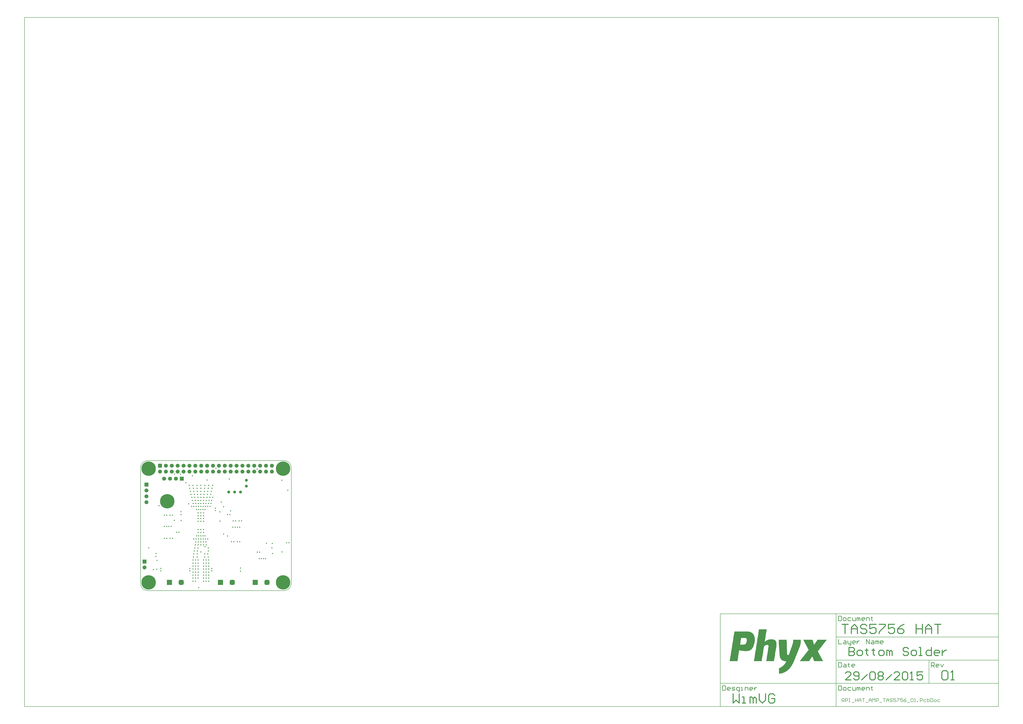
<source format=gbs>
G04 Layer_Color=16711935*
%FSLAX25Y25*%
%MOIN*%
G70*
G01*
G75*
%ADD32C,0.00984*%
%ADD33C,0.00787*%
%ADD35C,0.01575*%
%ADD40C,0.05118*%
%ADD72C,0.24410*%
%ADD73R,0.06706X0.06706*%
%ADD74C,0.06706*%
%ADD75R,0.06706X0.06706*%
%ADD76R,0.08674X0.08674*%
G04:AMPARAMS|DCode=77|XSize=86.74mil|YSize=86.74mil|CornerRadius=23.69mil|HoleSize=0mil|Usage=FLASHONLY|Rotation=0.000|XOffset=0mil|YOffset=0mil|HoleType=Round|Shape=RoundedRectangle|*
%AMROUNDEDRECTD77*
21,1,0.08674,0.03937,0,0,0.0*
21,1,0.03937,0.08674,0,0,0.0*
1,1,0.04737,0.01969,-0.01969*
1,1,0.04737,-0.01969,-0.01969*
1,1,0.04737,-0.01969,0.01969*
1,1,0.04737,0.01969,0.01969*
%
%ADD77ROUNDEDRECTD77*%
%ADD78C,0.01969*%
G36*
X1121080Y-83717D02*
Y-84003D01*
Y-84290D01*
Y-84576D01*
Y-84862D01*
Y-85149D01*
Y-85435D01*
Y-85721D01*
Y-86007D01*
Y-86294D01*
Y-86580D01*
Y-86866D01*
Y-87153D01*
Y-87439D01*
Y-87725D01*
Y-88012D01*
Y-88298D01*
Y-88584D01*
Y-88871D01*
Y-89157D01*
Y-89443D01*
X1120793D01*
Y-89730D01*
Y-90016D01*
Y-90302D01*
Y-90588D01*
Y-90875D01*
X1120507D01*
Y-91161D01*
Y-91448D01*
Y-91734D01*
Y-92020D01*
X1120221D01*
Y-92306D01*
Y-92593D01*
Y-92879D01*
Y-93165D01*
X1119934D01*
Y-93452D01*
Y-93738D01*
Y-94024D01*
X1119648D01*
Y-94311D01*
Y-94597D01*
Y-94883D01*
X1119362D01*
Y-95170D01*
Y-95456D01*
Y-95742D01*
X1119075D01*
Y-96029D01*
Y-96315D01*
Y-96601D01*
X1118789D01*
Y-96887D01*
Y-97174D01*
X1118503D01*
Y-97460D01*
Y-97746D01*
X1118217D01*
Y-98033D01*
Y-98319D01*
Y-98605D01*
X1117930D01*
Y-98892D01*
Y-99178D01*
X1117644D01*
Y-99464D01*
Y-99751D01*
Y-100037D01*
X1117358D01*
Y-100323D01*
Y-100610D01*
X1117071D01*
Y-100896D01*
Y-101182D01*
Y-101468D01*
X1116785D01*
Y-101755D01*
Y-102041D01*
X1116499D01*
Y-102327D01*
Y-102614D01*
Y-102900D01*
X1116212D01*
Y-103186D01*
Y-103473D01*
X1115926D01*
Y-103759D01*
Y-104045D01*
Y-104332D01*
X1115640D01*
Y-104618D01*
Y-104904D01*
X1115353D01*
Y-105191D01*
Y-105477D01*
Y-105763D01*
X1115067D01*
Y-106049D01*
Y-106336D01*
X1114781D01*
Y-106622D01*
Y-106908D01*
Y-107195D01*
X1114494D01*
Y-107481D01*
Y-107767D01*
X1114208D01*
Y-108054D01*
Y-108340D01*
Y-108626D01*
X1113922D01*
Y-108913D01*
Y-109199D01*
X1113636D01*
Y-109485D01*
Y-109772D01*
Y-110058D01*
X1113349D01*
Y-110344D01*
Y-110630D01*
X1113063D01*
Y-110917D01*
Y-111203D01*
Y-111489D01*
X1112776D01*
Y-111776D01*
Y-112062D01*
X1112490D01*
Y-112348D01*
Y-112635D01*
Y-112921D01*
X1112204D01*
Y-113207D01*
Y-113494D01*
X1111918D01*
Y-113780D01*
Y-114066D01*
Y-114353D01*
X1111631D01*
Y-114639D01*
Y-114925D01*
X1111345D01*
Y-115211D01*
Y-115498D01*
Y-115784D01*
X1111059D01*
Y-116070D01*
Y-116357D01*
X1110772D01*
Y-116643D01*
Y-116929D01*
Y-117216D01*
X1110486D01*
Y-117502D01*
Y-117788D01*
X1110200D01*
Y-118075D01*
Y-118361D01*
Y-118647D01*
X1109913D01*
Y-118933D01*
Y-119220D01*
X1109627D01*
Y-119506D01*
Y-119792D01*
Y-120079D01*
X1109341D01*
Y-120365D01*
Y-120651D01*
X1109054D01*
Y-120938D01*
Y-121224D01*
X1108768D01*
Y-121510D01*
Y-121797D01*
X1108482D01*
Y-122083D01*
Y-122369D01*
Y-122656D01*
X1108195D01*
Y-122942D01*
X1107909D01*
Y-123228D01*
Y-123514D01*
Y-123801D01*
X1107623D01*
Y-124087D01*
X1107337D01*
Y-124373D01*
Y-124660D01*
X1107050D01*
Y-124946D01*
Y-125232D01*
X1106764D01*
Y-125519D01*
Y-125805D01*
X1106478D01*
Y-126091D01*
Y-126378D01*
X1106191D01*
Y-126664D01*
X1105905D01*
Y-126950D01*
Y-127237D01*
X1105619D01*
Y-127523D01*
Y-127809D01*
X1105332D01*
Y-128095D01*
X1105046D01*
Y-128382D01*
X1104760D01*
Y-128668D01*
Y-128954D01*
X1104473D01*
Y-129241D01*
X1104187D01*
Y-129527D01*
Y-129813D01*
X1103901D01*
Y-130100D01*
X1103615D01*
Y-130386D01*
X1103328D01*
Y-130672D01*
Y-130959D01*
X1103042D01*
Y-131245D01*
X1102756D01*
Y-131531D01*
X1102469D01*
Y-131818D01*
X1102183D01*
Y-132104D01*
X1101897D01*
Y-132390D01*
Y-132676D01*
X1101610D01*
Y-132963D01*
X1101324D01*
Y-133249D01*
X1101038D01*
Y-133535D01*
X1100751D01*
Y-133822D01*
X1100465D01*
Y-134108D01*
X1100179D01*
Y-134394D01*
X1099892D01*
Y-134681D01*
X1099320D01*
Y-134967D01*
X1099034D01*
Y-135253D01*
X1098747D01*
Y-135540D01*
X1098461D01*
Y-135826D01*
X1098175D01*
Y-136112D01*
X1097602D01*
Y-136399D01*
X1097316D01*
Y-136685D01*
X1096743D01*
Y-136971D01*
X1096457D01*
Y-137258D01*
X1095884D01*
Y-137544D01*
X1095598D01*
Y-137830D01*
X1095025D01*
Y-138117D01*
X1094452D01*
Y-138403D01*
X1093880D01*
Y-138689D01*
X1093307D01*
Y-138975D01*
X1092735D01*
Y-139262D01*
X1091876D01*
Y-139548D01*
X1091303D01*
Y-139834D01*
X1090444D01*
Y-140121D01*
X1089299D01*
Y-140407D01*
X1088154D01*
Y-140693D01*
X1086436D01*
Y-140980D01*
X1084432D01*
Y-141266D01*
X1084145D01*
Y-140980D01*
Y-140693D01*
Y-140407D01*
Y-140121D01*
Y-139834D01*
Y-139548D01*
Y-139262D01*
Y-138975D01*
Y-138689D01*
Y-138403D01*
Y-138117D01*
Y-137830D01*
Y-137544D01*
Y-137258D01*
Y-136971D01*
Y-136685D01*
Y-136399D01*
Y-136112D01*
Y-135826D01*
Y-135540D01*
Y-135253D01*
Y-134967D01*
Y-134681D01*
Y-134394D01*
Y-134108D01*
Y-133822D01*
Y-133535D01*
Y-133249D01*
Y-132963D01*
Y-132676D01*
Y-132390D01*
Y-132104D01*
Y-131818D01*
X1084718D01*
Y-131531D01*
X1085291D01*
Y-131245D01*
X1085863D01*
Y-130959D01*
X1086436D01*
Y-130672D01*
X1087008D01*
Y-130386D01*
X1087581D01*
Y-130100D01*
X1087867D01*
Y-129813D01*
X1088440D01*
Y-129527D01*
X1088726D01*
Y-129241D01*
X1089299D01*
Y-128954D01*
X1089585D01*
Y-128668D01*
X1089872D01*
Y-128382D01*
X1090444D01*
Y-128095D01*
X1090730D01*
Y-127809D01*
X1091017D01*
Y-127523D01*
X1091303D01*
Y-127237D01*
X1091589D01*
Y-126950D01*
X1091876D01*
Y-126664D01*
X1092162D01*
Y-126378D01*
X1092448D01*
Y-126091D01*
X1092735D01*
Y-125805D01*
X1093021D01*
Y-125519D01*
X1093307D01*
Y-125232D01*
X1093594D01*
Y-124946D01*
Y-124660D01*
X1093880D01*
Y-124373D01*
X1094166D01*
Y-124087D01*
X1094452D01*
Y-123801D01*
Y-123514D01*
X1094739D01*
Y-123228D01*
X1095025D01*
Y-122942D01*
Y-122656D01*
X1095311D01*
Y-122369D01*
Y-122083D01*
X1095598D01*
Y-121797D01*
X1095884D01*
Y-121510D01*
Y-121224D01*
X1096170D01*
Y-120938D01*
Y-120651D01*
X1096457D01*
Y-120365D01*
Y-120079D01*
X1094739D01*
Y-119792D01*
X1092735D01*
Y-119506D01*
X1091589D01*
Y-119220D01*
X1091017D01*
Y-118933D01*
X1090158D01*
Y-118647D01*
X1089585D01*
Y-118361D01*
X1089299D01*
Y-118075D01*
X1088726D01*
Y-117788D01*
X1088440D01*
Y-117502D01*
X1088154D01*
Y-117216D01*
X1087867D01*
Y-116929D01*
X1087581D01*
Y-116643D01*
X1087295D01*
Y-116357D01*
Y-116070D01*
X1087008D01*
Y-115784D01*
X1086722D01*
Y-115498D01*
Y-115211D01*
X1086436D01*
Y-114925D01*
Y-114639D01*
X1086149D01*
Y-114353D01*
Y-114066D01*
X1085863D01*
Y-113780D01*
Y-113494D01*
Y-113207D01*
X1085577D01*
Y-112921D01*
Y-112635D01*
Y-112348D01*
Y-112062D01*
X1085291D01*
Y-111776D01*
Y-111489D01*
Y-111203D01*
Y-110917D01*
Y-110630D01*
Y-110344D01*
Y-110058D01*
X1085004D01*
Y-109772D01*
Y-109485D01*
Y-109199D01*
Y-108913D01*
Y-108626D01*
Y-108340D01*
Y-108054D01*
Y-107767D01*
Y-107481D01*
Y-107195D01*
Y-106908D01*
Y-106622D01*
Y-106336D01*
Y-106049D01*
Y-105763D01*
X1084718D01*
Y-105477D01*
Y-105191D01*
Y-104904D01*
Y-104618D01*
Y-104332D01*
Y-104045D01*
Y-103759D01*
Y-103473D01*
Y-103186D01*
Y-102900D01*
Y-102614D01*
Y-102327D01*
Y-102041D01*
Y-101755D01*
Y-101468D01*
X1084432D01*
Y-101182D01*
Y-100896D01*
Y-100610D01*
Y-100323D01*
Y-100037D01*
Y-99751D01*
Y-99464D01*
Y-99178D01*
Y-98892D01*
Y-98605D01*
Y-98319D01*
Y-98033D01*
Y-97746D01*
Y-97460D01*
Y-97174D01*
Y-96887D01*
X1084145D01*
Y-96601D01*
Y-96315D01*
Y-96029D01*
Y-95742D01*
Y-95456D01*
Y-95170D01*
Y-94883D01*
Y-94597D01*
Y-94311D01*
Y-94024D01*
Y-93738D01*
Y-93452D01*
Y-93165D01*
Y-92879D01*
Y-92593D01*
Y-92306D01*
X1083859D01*
Y-92020D01*
Y-91734D01*
Y-91448D01*
Y-91161D01*
Y-90875D01*
Y-90588D01*
Y-90302D01*
Y-90016D01*
Y-89730D01*
Y-89443D01*
Y-89157D01*
Y-88871D01*
Y-88584D01*
Y-88298D01*
X1083573D01*
Y-88012D01*
Y-87725D01*
Y-87439D01*
Y-87153D01*
Y-86866D01*
Y-86580D01*
Y-86294D01*
Y-86007D01*
Y-85721D01*
Y-85435D01*
Y-85149D01*
Y-84862D01*
Y-84576D01*
Y-84290D01*
Y-84003D01*
Y-83717D01*
X1083286D01*
Y-83431D01*
X1097029D01*
Y-83717D01*
Y-84003D01*
Y-84290D01*
Y-84576D01*
Y-84862D01*
Y-85149D01*
Y-85435D01*
Y-85721D01*
Y-86007D01*
Y-86294D01*
Y-86580D01*
Y-86866D01*
Y-87153D01*
Y-87439D01*
X1097316D01*
Y-87725D01*
Y-88012D01*
Y-88298D01*
Y-88584D01*
Y-88871D01*
Y-89157D01*
Y-89443D01*
Y-89730D01*
Y-90016D01*
Y-90302D01*
Y-90588D01*
Y-90875D01*
Y-91161D01*
Y-91448D01*
Y-91734D01*
Y-92020D01*
Y-92306D01*
Y-92593D01*
Y-92879D01*
Y-93165D01*
Y-93452D01*
Y-93738D01*
Y-94024D01*
Y-94311D01*
Y-94597D01*
Y-94883D01*
Y-95170D01*
Y-95456D01*
Y-95742D01*
Y-96029D01*
Y-96315D01*
Y-96601D01*
Y-96887D01*
Y-97174D01*
Y-97460D01*
Y-97746D01*
Y-98033D01*
Y-98319D01*
Y-98605D01*
Y-98892D01*
Y-99178D01*
X1097602D01*
Y-99464D01*
X1097316D01*
Y-99751D01*
Y-100037D01*
X1097602D01*
Y-100323D01*
Y-100610D01*
Y-100896D01*
Y-101182D01*
Y-101468D01*
Y-101755D01*
Y-102041D01*
Y-102327D01*
Y-102614D01*
Y-102900D01*
Y-103186D01*
Y-103473D01*
Y-103759D01*
Y-104045D01*
Y-104332D01*
Y-104618D01*
Y-104904D01*
Y-105191D01*
Y-105477D01*
Y-105763D01*
Y-106049D01*
Y-106336D01*
Y-106622D01*
Y-106908D01*
Y-107195D01*
Y-107481D01*
X1097888D01*
Y-107767D01*
Y-108054D01*
Y-108340D01*
X1098175D01*
Y-108626D01*
X1098461D01*
Y-108913D01*
X1098747D01*
Y-109199D01*
X1099606D01*
Y-109485D01*
X1100465D01*
Y-109199D01*
X1100751D01*
Y-108913D01*
Y-108626D01*
Y-108340D01*
X1101038D01*
Y-108054D01*
Y-107767D01*
X1101324D01*
Y-107481D01*
Y-107195D01*
Y-106908D01*
X1101610D01*
Y-106622D01*
Y-106336D01*
Y-106049D01*
X1101897D01*
Y-105763D01*
Y-105477D01*
Y-105191D01*
X1102183D01*
Y-104904D01*
Y-104618D01*
Y-104332D01*
X1102469D01*
Y-104045D01*
Y-103759D01*
X1102756D01*
Y-103473D01*
Y-103186D01*
Y-102900D01*
X1103042D01*
Y-102614D01*
Y-102327D01*
Y-102041D01*
X1103328D01*
Y-101755D01*
Y-101468D01*
Y-101182D01*
X1103615D01*
Y-100896D01*
Y-100610D01*
X1103901D01*
Y-100323D01*
Y-100037D01*
Y-99751D01*
X1104187D01*
Y-99464D01*
Y-99178D01*
Y-98892D01*
X1104473D01*
Y-98605D01*
Y-98319D01*
Y-98033D01*
X1104760D01*
Y-97746D01*
Y-97460D01*
X1105046D01*
Y-97174D01*
Y-96887D01*
Y-96601D01*
X1105332D01*
Y-96315D01*
Y-96029D01*
Y-95742D01*
X1105619D01*
Y-95456D01*
Y-95170D01*
Y-94883D01*
X1105905D01*
Y-94597D01*
Y-94311D01*
X1106191D01*
Y-94024D01*
Y-93738D01*
Y-93452D01*
X1106478D01*
Y-93165D01*
Y-92879D01*
Y-92593D01*
X1106764D01*
Y-92306D01*
Y-92020D01*
Y-91734D01*
X1107050D01*
Y-91448D01*
Y-91161D01*
Y-90875D01*
Y-90588D01*
X1107337D01*
Y-90302D01*
Y-90016D01*
Y-89730D01*
Y-89443D01*
X1107623D01*
Y-89157D01*
Y-88871D01*
Y-88584D01*
Y-88298D01*
Y-88012D01*
X1107909D01*
Y-87725D01*
Y-87439D01*
Y-87153D01*
Y-86866D01*
Y-86580D01*
Y-86294D01*
X1108195D01*
Y-86007D01*
Y-85721D01*
Y-85435D01*
Y-85149D01*
Y-84862D01*
Y-84576D01*
Y-84290D01*
Y-84003D01*
Y-83717D01*
Y-83431D01*
X1121080D01*
Y-83717D01*
D02*
G37*
G36*
X1063244Y-66252D02*
Y-66538D01*
X1062958D01*
Y-66825D01*
Y-67111D01*
Y-67397D01*
Y-67684D01*
Y-67970D01*
Y-68256D01*
X1062672D01*
Y-68542D01*
Y-68829D01*
Y-69115D01*
Y-69401D01*
Y-69688D01*
Y-69974D01*
X1062385D01*
Y-70260D01*
Y-70547D01*
Y-70833D01*
Y-71119D01*
Y-71406D01*
Y-71692D01*
Y-71978D01*
X1062099D01*
Y-72264D01*
Y-72551D01*
Y-72837D01*
Y-73123D01*
Y-73410D01*
Y-73696D01*
X1061813D01*
Y-73982D01*
Y-74269D01*
Y-74555D01*
Y-74841D01*
Y-75128D01*
Y-75414D01*
X1061526D01*
Y-75700D01*
Y-75987D01*
Y-76273D01*
Y-76559D01*
Y-76846D01*
Y-77132D01*
Y-77418D01*
X1061240D01*
Y-77704D01*
Y-77991D01*
Y-78277D01*
Y-78563D01*
Y-78850D01*
Y-79136D01*
X1060954D01*
Y-79422D01*
Y-79709D01*
Y-79995D01*
Y-80281D01*
Y-80568D01*
Y-80854D01*
X1060668D01*
Y-81140D01*
Y-81427D01*
Y-81713D01*
Y-81999D01*
Y-82285D01*
Y-82572D01*
X1060381D01*
Y-82858D01*
Y-83144D01*
Y-83431D01*
Y-83717D01*
Y-84003D01*
Y-84290D01*
Y-84576D01*
X1060095D01*
Y-84862D01*
Y-85149D01*
Y-85435D01*
Y-85721D01*
Y-86007D01*
Y-86294D01*
X1059809D01*
Y-86580D01*
Y-86866D01*
X1060381D01*
Y-86580D01*
X1060668D01*
Y-86294D01*
X1060954D01*
Y-86007D01*
X1061526D01*
Y-85721D01*
X1061813D01*
Y-85435D01*
X1062099D01*
Y-85149D01*
X1062672D01*
Y-84862D01*
X1063244D01*
Y-84576D01*
X1063531D01*
Y-84290D01*
X1064103D01*
Y-84003D01*
X1064962D01*
Y-83717D01*
X1065535D01*
Y-83431D01*
X1066394D01*
Y-83144D01*
X1067825D01*
Y-82858D01*
X1074124D01*
Y-83144D01*
X1075270D01*
Y-83431D01*
X1076128D01*
Y-83717D01*
X1076701D01*
Y-84003D01*
X1076987D01*
Y-84290D01*
X1077560D01*
Y-84576D01*
X1077846D01*
Y-84862D01*
X1078133D01*
Y-85149D01*
X1078419D01*
Y-85435D01*
X1078705D01*
Y-85721D01*
Y-86007D01*
X1078992D01*
Y-86294D01*
Y-86580D01*
X1079278D01*
Y-86866D01*
Y-87153D01*
Y-87439D01*
X1079564D01*
Y-87725D01*
Y-88012D01*
Y-88298D01*
Y-88584D01*
X1079850D01*
Y-88871D01*
Y-89157D01*
Y-89443D01*
Y-89730D01*
Y-90016D01*
Y-90302D01*
Y-90588D01*
Y-90875D01*
Y-91161D01*
Y-91448D01*
Y-91734D01*
Y-92020D01*
Y-92306D01*
Y-92593D01*
Y-92879D01*
Y-93165D01*
Y-93452D01*
Y-93738D01*
X1079564D01*
Y-94024D01*
Y-94311D01*
Y-94597D01*
Y-94883D01*
Y-95170D01*
Y-95456D01*
Y-95742D01*
X1079278D01*
Y-96029D01*
Y-96315D01*
Y-96601D01*
Y-96887D01*
Y-97174D01*
Y-97460D01*
Y-97746D01*
X1078992D01*
Y-98033D01*
Y-98319D01*
Y-98605D01*
Y-98892D01*
Y-99178D01*
Y-99464D01*
X1078705D01*
Y-99751D01*
Y-100037D01*
Y-100323D01*
Y-100610D01*
Y-100896D01*
Y-101182D01*
X1078419D01*
Y-101468D01*
Y-101755D01*
Y-102041D01*
Y-102327D01*
Y-102614D01*
Y-102900D01*
X1078133D01*
Y-103186D01*
Y-103473D01*
Y-103759D01*
Y-104045D01*
Y-104332D01*
Y-104618D01*
Y-104904D01*
X1077846D01*
Y-105191D01*
Y-105477D01*
Y-105763D01*
Y-106049D01*
Y-106336D01*
Y-106622D01*
X1077560D01*
Y-106908D01*
Y-107195D01*
Y-107481D01*
Y-107767D01*
Y-108054D01*
Y-108340D01*
X1077274D01*
Y-108626D01*
Y-108913D01*
Y-109199D01*
Y-109485D01*
Y-109772D01*
Y-110058D01*
Y-110344D01*
X1076987D01*
Y-110630D01*
Y-110917D01*
Y-111203D01*
Y-111489D01*
Y-111776D01*
Y-112062D01*
X1076701D01*
Y-112348D01*
Y-112635D01*
Y-112921D01*
Y-113207D01*
Y-113494D01*
Y-113780D01*
X1076415D01*
Y-114066D01*
Y-114353D01*
Y-114639D01*
Y-114925D01*
Y-115211D01*
Y-115498D01*
X1076128D01*
Y-115784D01*
Y-116070D01*
Y-116357D01*
Y-116643D01*
Y-116929D01*
Y-117216D01*
Y-117502D01*
X1075842D01*
Y-117788D01*
Y-118075D01*
Y-118361D01*
Y-118647D01*
Y-118933D01*
Y-119220D01*
X1075556D01*
Y-119506D01*
Y-119792D01*
X1062385D01*
Y-119506D01*
Y-119220D01*
X1062672D01*
Y-118933D01*
Y-118647D01*
Y-118361D01*
Y-118075D01*
Y-117788D01*
Y-117502D01*
X1062958D01*
Y-117216D01*
Y-116929D01*
Y-116643D01*
Y-116357D01*
Y-116070D01*
Y-115784D01*
Y-115498D01*
X1063244D01*
Y-115211D01*
Y-114925D01*
Y-114639D01*
Y-114353D01*
Y-114066D01*
Y-113780D01*
X1063531D01*
Y-113494D01*
Y-113207D01*
Y-112921D01*
Y-112635D01*
Y-112348D01*
Y-112062D01*
X1063817D01*
Y-111776D01*
Y-111489D01*
Y-111203D01*
Y-110917D01*
Y-110630D01*
Y-110344D01*
Y-110058D01*
X1064103D01*
Y-109772D01*
Y-109485D01*
Y-109199D01*
Y-108913D01*
Y-108626D01*
Y-108340D01*
X1064390D01*
Y-108054D01*
Y-107767D01*
Y-107481D01*
Y-107195D01*
Y-106908D01*
Y-106622D01*
Y-106336D01*
X1064676D01*
Y-106049D01*
Y-105763D01*
Y-105477D01*
Y-105191D01*
Y-104904D01*
Y-104618D01*
X1064962D01*
Y-104332D01*
Y-104045D01*
Y-103759D01*
Y-103473D01*
Y-103186D01*
Y-102900D01*
X1065249D01*
Y-102614D01*
Y-102327D01*
Y-102041D01*
Y-101755D01*
Y-101468D01*
Y-101182D01*
X1065535D01*
Y-100896D01*
Y-100610D01*
Y-100323D01*
Y-100037D01*
Y-99751D01*
Y-99464D01*
Y-99178D01*
X1065821D01*
Y-98892D01*
Y-98605D01*
Y-98319D01*
Y-98033D01*
Y-97746D01*
Y-97460D01*
X1066107D01*
Y-97174D01*
Y-96887D01*
Y-96601D01*
Y-96315D01*
Y-96029D01*
Y-95742D01*
Y-95456D01*
X1066394D01*
Y-95170D01*
Y-94883D01*
Y-94597D01*
Y-94311D01*
Y-94024D01*
Y-93738D01*
X1066107D01*
Y-93452D01*
Y-93165D01*
X1065821D01*
Y-92879D01*
X1065535D01*
Y-92593D01*
X1064962D01*
Y-92306D01*
X1063244D01*
Y-92593D01*
X1061813D01*
Y-92879D01*
X1060954D01*
Y-93165D01*
X1060381D01*
Y-93452D01*
X1060095D01*
Y-93738D01*
X1059522D01*
Y-94024D01*
X1059236D01*
Y-94311D01*
X1058950D01*
Y-94597D01*
Y-94883D01*
X1058663D01*
Y-95170D01*
Y-95456D01*
Y-95742D01*
X1058377D01*
Y-96029D01*
Y-96315D01*
Y-96601D01*
Y-96887D01*
Y-97174D01*
Y-97460D01*
X1058091D01*
Y-97746D01*
Y-98033D01*
Y-98319D01*
Y-98605D01*
Y-98892D01*
Y-99178D01*
Y-99464D01*
X1057804D01*
Y-99751D01*
Y-100037D01*
Y-100323D01*
Y-100610D01*
Y-100896D01*
Y-101182D01*
X1057518D01*
Y-101468D01*
Y-101755D01*
Y-102041D01*
Y-102327D01*
Y-102614D01*
Y-102900D01*
X1057232D01*
Y-103186D01*
Y-103473D01*
Y-103759D01*
Y-104045D01*
Y-104332D01*
Y-104618D01*
X1056946D01*
Y-104904D01*
Y-105191D01*
Y-105477D01*
Y-105763D01*
Y-106049D01*
Y-106336D01*
Y-106622D01*
X1056659D01*
Y-106908D01*
Y-107195D01*
Y-107481D01*
Y-107767D01*
Y-108054D01*
Y-108340D01*
X1056373D01*
Y-108626D01*
Y-108913D01*
Y-109199D01*
Y-109485D01*
Y-109772D01*
Y-110058D01*
X1056087D01*
Y-110344D01*
Y-110630D01*
Y-110917D01*
Y-111203D01*
Y-111489D01*
Y-111776D01*
Y-112062D01*
X1055800D01*
Y-112348D01*
Y-112635D01*
Y-112921D01*
Y-113207D01*
Y-113494D01*
Y-113780D01*
X1055514D01*
Y-114066D01*
Y-114353D01*
Y-114639D01*
Y-114925D01*
Y-115211D01*
Y-115498D01*
X1055228D01*
Y-115784D01*
Y-116070D01*
Y-116357D01*
Y-116643D01*
Y-116929D01*
Y-117216D01*
X1054941D01*
Y-117502D01*
Y-117788D01*
Y-118075D01*
Y-118361D01*
Y-118647D01*
Y-118933D01*
Y-119220D01*
X1054655D01*
Y-119506D01*
Y-119792D01*
X1041485D01*
Y-119506D01*
Y-119220D01*
X1041771D01*
Y-118933D01*
Y-118647D01*
Y-118361D01*
Y-118075D01*
Y-117788D01*
Y-117502D01*
Y-117216D01*
X1042057D01*
Y-116929D01*
Y-116643D01*
Y-116357D01*
Y-116070D01*
Y-115784D01*
Y-115498D01*
X1042344D01*
Y-115211D01*
Y-114925D01*
Y-114639D01*
Y-114353D01*
Y-114066D01*
Y-113780D01*
X1042630D01*
Y-113494D01*
Y-113207D01*
Y-112921D01*
Y-112635D01*
Y-112348D01*
Y-112062D01*
Y-111776D01*
X1042916D01*
Y-111489D01*
Y-111203D01*
Y-110917D01*
Y-110630D01*
Y-110344D01*
Y-110058D01*
X1043202D01*
Y-109772D01*
Y-109485D01*
Y-109199D01*
Y-108913D01*
Y-108626D01*
Y-108340D01*
X1043489D01*
Y-108054D01*
Y-107767D01*
Y-107481D01*
Y-107195D01*
Y-106908D01*
Y-106622D01*
X1043775D01*
Y-106336D01*
Y-106049D01*
Y-105763D01*
Y-105477D01*
Y-105191D01*
Y-104904D01*
Y-104618D01*
X1044061D01*
Y-104332D01*
Y-104045D01*
Y-103759D01*
Y-103473D01*
Y-103186D01*
Y-102900D01*
X1044348D01*
Y-102614D01*
Y-102327D01*
Y-102041D01*
Y-101755D01*
Y-101468D01*
Y-101182D01*
X1044634D01*
Y-100896D01*
Y-100610D01*
Y-100323D01*
Y-100037D01*
Y-99751D01*
Y-99464D01*
Y-99178D01*
X1044920D01*
Y-98892D01*
Y-98605D01*
Y-98319D01*
Y-98033D01*
Y-97746D01*
Y-97460D01*
X1045207D01*
Y-97174D01*
Y-96887D01*
Y-96601D01*
Y-96315D01*
Y-96029D01*
Y-95742D01*
X1045493D01*
Y-95456D01*
Y-95170D01*
Y-94883D01*
Y-94597D01*
Y-94311D01*
Y-94024D01*
X1045779D01*
Y-93738D01*
Y-93452D01*
Y-93165D01*
Y-92879D01*
Y-92593D01*
Y-92306D01*
Y-92020D01*
X1046066D01*
Y-91734D01*
Y-91448D01*
Y-91161D01*
Y-90875D01*
Y-90588D01*
Y-90302D01*
X1046352D01*
Y-90016D01*
Y-89730D01*
Y-89443D01*
Y-89157D01*
Y-88871D01*
Y-88584D01*
X1046638D01*
Y-88298D01*
Y-88012D01*
Y-87725D01*
Y-87439D01*
Y-87153D01*
Y-86866D01*
X1046925D01*
Y-86580D01*
Y-86294D01*
Y-86007D01*
Y-85721D01*
Y-85435D01*
Y-85149D01*
Y-84862D01*
X1047211D01*
Y-84576D01*
Y-84290D01*
Y-84003D01*
Y-83717D01*
Y-83431D01*
Y-83144D01*
X1047497D01*
Y-82858D01*
Y-82572D01*
Y-82285D01*
Y-81999D01*
Y-81713D01*
Y-81427D01*
X1047783D01*
Y-81140D01*
Y-80854D01*
Y-80568D01*
Y-80281D01*
Y-79995D01*
Y-79709D01*
Y-79422D01*
X1048070D01*
Y-79136D01*
Y-78850D01*
Y-78563D01*
Y-78277D01*
Y-77991D01*
Y-77704D01*
X1048356D01*
Y-77418D01*
Y-77132D01*
Y-76846D01*
Y-76559D01*
Y-76273D01*
Y-75987D01*
X1048642D01*
Y-75700D01*
Y-75414D01*
Y-75128D01*
Y-74841D01*
Y-74555D01*
Y-74269D01*
X1048929D01*
Y-73982D01*
Y-73696D01*
Y-73410D01*
Y-73123D01*
Y-72837D01*
Y-72551D01*
Y-72264D01*
X1049215D01*
Y-71978D01*
Y-71692D01*
Y-71406D01*
Y-71119D01*
Y-70833D01*
Y-70547D01*
X1049501D01*
Y-70260D01*
Y-69974D01*
Y-69688D01*
Y-69401D01*
Y-69115D01*
Y-68829D01*
X1049788D01*
Y-68542D01*
Y-68256D01*
Y-67970D01*
Y-67684D01*
Y-67397D01*
Y-67111D01*
Y-66825D01*
X1050074D01*
Y-66538D01*
Y-66252D01*
Y-65966D01*
X1063244D01*
Y-66252D01*
D02*
G37*
G36*
X1032036Y-69688D02*
X1033754D01*
Y-69974D01*
X1034613D01*
Y-70260D01*
X1035472D01*
Y-70547D01*
X1036331D01*
Y-70833D01*
X1036904D01*
Y-71119D01*
X1037190D01*
Y-71406D01*
X1037763D01*
Y-71692D01*
X1038049D01*
Y-71978D01*
X1038622D01*
Y-72264D01*
X1038908D01*
Y-72551D01*
X1039194D01*
Y-72837D01*
X1039480D01*
Y-73123D01*
X1039767D01*
Y-73410D01*
X1040053D01*
Y-73696D01*
X1040339D01*
Y-73982D01*
Y-74269D01*
X1040626D01*
Y-74555D01*
X1040912D01*
Y-74841D01*
Y-75128D01*
X1041198D01*
Y-75414D01*
X1041485D01*
Y-75700D01*
Y-75987D01*
X1041771D01*
Y-76273D01*
Y-76559D01*
Y-76846D01*
X1042057D01*
Y-77132D01*
Y-77418D01*
Y-77704D01*
X1042344D01*
Y-77991D01*
Y-78277D01*
Y-78563D01*
Y-78850D01*
X1042630D01*
Y-79136D01*
Y-79422D01*
Y-79709D01*
Y-79995D01*
Y-80281D01*
X1042916D01*
Y-80568D01*
Y-80854D01*
Y-81140D01*
Y-81427D01*
Y-81713D01*
Y-81999D01*
Y-82285D01*
Y-82572D01*
Y-82858D01*
Y-83144D01*
Y-83431D01*
Y-83717D01*
Y-84003D01*
Y-84290D01*
Y-84576D01*
Y-84862D01*
Y-85149D01*
Y-85435D01*
Y-85721D01*
Y-86007D01*
X1042630D01*
Y-86294D01*
Y-86580D01*
Y-86866D01*
Y-87153D01*
Y-87439D01*
Y-87725D01*
Y-88012D01*
X1042344D01*
Y-88298D01*
Y-88584D01*
Y-88871D01*
Y-89157D01*
Y-89443D01*
X1042057D01*
Y-89730D01*
Y-90016D01*
Y-90302D01*
Y-90588D01*
Y-90875D01*
X1041771D01*
Y-91161D01*
Y-91448D01*
Y-91734D01*
X1041485D01*
Y-92020D01*
Y-92306D01*
Y-92593D01*
Y-92879D01*
X1041198D01*
Y-93165D01*
Y-93452D01*
Y-93738D01*
X1040912D01*
Y-94024D01*
Y-94311D01*
X1040626D01*
Y-94597D01*
Y-94883D01*
Y-95170D01*
X1040339D01*
Y-95456D01*
Y-95742D01*
X1040053D01*
Y-96029D01*
Y-96315D01*
X1039767D01*
Y-96601D01*
Y-96887D01*
X1039480D01*
Y-97174D01*
X1039194D01*
Y-97460D01*
Y-97746D01*
X1038908D01*
Y-98033D01*
X1038622D01*
Y-98319D01*
X1038335D01*
Y-98605D01*
Y-98892D01*
X1038049D01*
Y-99178D01*
X1037763D01*
Y-99464D01*
X1037476D01*
Y-99751D01*
X1037190D01*
Y-100037D01*
X1036904D01*
Y-100323D01*
X1036331D01*
Y-100610D01*
X1036045D01*
Y-100896D01*
X1035472D01*
Y-101182D01*
X1035186D01*
Y-101468D01*
X1034613D01*
Y-101755D01*
X1033754D01*
Y-102041D01*
X1032895D01*
Y-102327D01*
X1032036D01*
Y-102614D01*
X1030318D01*
Y-102900D01*
X1025165D01*
Y-102614D01*
X1022588D01*
Y-102327D01*
X1020584D01*
Y-102041D01*
X1019152D01*
Y-101755D01*
X1017721D01*
Y-101468D01*
X1016289D01*
Y-101755D01*
Y-102041D01*
Y-102327D01*
Y-102614D01*
Y-102900D01*
Y-103186D01*
Y-103473D01*
X1016003D01*
Y-103759D01*
Y-104045D01*
Y-104332D01*
Y-104618D01*
Y-104904D01*
Y-105191D01*
X1015716D01*
Y-105477D01*
Y-105763D01*
Y-106049D01*
Y-106336D01*
Y-106622D01*
Y-106908D01*
X1015430D01*
Y-107195D01*
Y-107481D01*
Y-107767D01*
Y-108054D01*
Y-108340D01*
Y-108626D01*
Y-108913D01*
X1015144D01*
Y-109199D01*
Y-109485D01*
Y-109772D01*
Y-110058D01*
Y-110344D01*
Y-110630D01*
X1014857D01*
Y-110917D01*
Y-111203D01*
Y-111489D01*
Y-111776D01*
Y-112062D01*
Y-112348D01*
X1014571D01*
Y-112635D01*
Y-112921D01*
Y-113207D01*
Y-113494D01*
Y-113780D01*
Y-114066D01*
Y-114353D01*
X1014285D01*
Y-114639D01*
Y-114925D01*
Y-115211D01*
Y-115498D01*
Y-115784D01*
Y-116070D01*
X1013999D01*
Y-116357D01*
Y-116643D01*
Y-116929D01*
Y-117216D01*
Y-117502D01*
Y-117788D01*
X1013712D01*
Y-118075D01*
Y-118361D01*
Y-118647D01*
Y-118933D01*
Y-119220D01*
Y-119506D01*
Y-119792D01*
X1000256D01*
Y-119506D01*
X1000542D01*
Y-119220D01*
Y-118933D01*
Y-118647D01*
Y-118361D01*
Y-118075D01*
X1000828D01*
Y-117788D01*
Y-117502D01*
Y-117216D01*
Y-116929D01*
Y-116643D01*
Y-116357D01*
Y-116070D01*
X1001114D01*
Y-115784D01*
Y-115498D01*
Y-115211D01*
Y-114925D01*
Y-114639D01*
Y-114353D01*
X1001401D01*
Y-114066D01*
Y-113780D01*
Y-113494D01*
Y-113207D01*
Y-112921D01*
Y-112635D01*
X1001687D01*
Y-112348D01*
Y-112062D01*
Y-111776D01*
Y-111489D01*
Y-111203D01*
Y-110917D01*
Y-110630D01*
X1001974D01*
Y-110344D01*
Y-110058D01*
Y-109772D01*
Y-109485D01*
Y-109199D01*
Y-108913D01*
X1002260D01*
Y-108626D01*
Y-108340D01*
Y-108054D01*
Y-107767D01*
Y-107481D01*
Y-107195D01*
X1002546D01*
Y-106908D01*
Y-106622D01*
Y-106336D01*
Y-106049D01*
Y-105763D01*
Y-105477D01*
X1002832D01*
Y-105191D01*
Y-104904D01*
Y-104618D01*
Y-104332D01*
Y-104045D01*
Y-103759D01*
Y-103473D01*
X1003119D01*
Y-103186D01*
Y-102900D01*
Y-102614D01*
Y-102327D01*
Y-102041D01*
Y-101755D01*
X1003405D01*
Y-101468D01*
Y-101182D01*
Y-100896D01*
Y-100610D01*
Y-100323D01*
Y-100037D01*
X1003691D01*
Y-99751D01*
Y-99464D01*
Y-99178D01*
Y-98892D01*
Y-98605D01*
Y-98319D01*
X1003978D01*
Y-98033D01*
Y-97746D01*
Y-97460D01*
Y-97174D01*
Y-96887D01*
Y-96601D01*
Y-96315D01*
X1004264D01*
Y-96029D01*
Y-95742D01*
Y-95456D01*
Y-95170D01*
Y-94883D01*
Y-94597D01*
X1004550D01*
Y-94311D01*
Y-94024D01*
Y-93738D01*
Y-93452D01*
Y-93165D01*
Y-92879D01*
X1004837D01*
Y-92593D01*
Y-92306D01*
Y-92020D01*
Y-91734D01*
Y-91448D01*
Y-91161D01*
Y-90875D01*
X1005123D01*
Y-90588D01*
Y-90302D01*
Y-90016D01*
Y-89730D01*
Y-89443D01*
Y-89157D01*
X1005409D01*
Y-88871D01*
Y-88584D01*
Y-88298D01*
Y-88012D01*
Y-87725D01*
Y-87439D01*
X1005696D01*
Y-87153D01*
Y-86866D01*
Y-86580D01*
Y-86294D01*
Y-86007D01*
Y-85721D01*
X1005982D01*
Y-85435D01*
Y-85149D01*
Y-84862D01*
Y-84576D01*
Y-84290D01*
Y-84003D01*
Y-83717D01*
X1006268D01*
Y-83431D01*
Y-83144D01*
Y-82858D01*
Y-82572D01*
Y-82285D01*
Y-81999D01*
X1006555D01*
Y-81713D01*
Y-81427D01*
Y-81140D01*
Y-80854D01*
Y-80568D01*
Y-80281D01*
X1006841D01*
Y-79995D01*
Y-79709D01*
Y-79422D01*
Y-79136D01*
Y-78850D01*
Y-78563D01*
Y-78277D01*
X1007127D01*
Y-77991D01*
Y-77704D01*
Y-77418D01*
Y-77132D01*
Y-76846D01*
Y-76559D01*
X1007413D01*
Y-76273D01*
Y-75987D01*
Y-75700D01*
Y-75414D01*
Y-75128D01*
Y-74841D01*
X1007700D01*
Y-74555D01*
Y-74269D01*
Y-73982D01*
Y-73696D01*
Y-73410D01*
Y-73123D01*
Y-72837D01*
X1007986D01*
Y-72551D01*
Y-72264D01*
Y-71978D01*
Y-71692D01*
Y-71406D01*
Y-71119D01*
X1008272D01*
Y-70833D01*
Y-70547D01*
Y-70260D01*
Y-69974D01*
Y-69688D01*
Y-69401D01*
X1032036D01*
Y-69688D01*
D02*
G37*
G36*
X1165172Y-83717D02*
X1164886D01*
Y-84003D01*
X1164599D01*
Y-84290D01*
Y-84576D01*
X1164313D01*
Y-84862D01*
X1164027D01*
Y-85149D01*
X1163740D01*
Y-85435D01*
Y-85721D01*
X1163454D01*
Y-86007D01*
X1163168D01*
Y-86294D01*
X1162881D01*
Y-86580D01*
X1162595D01*
Y-86866D01*
Y-87153D01*
X1162309D01*
Y-87439D01*
X1162022D01*
Y-87725D01*
X1161736D01*
Y-88012D01*
Y-88298D01*
X1161450D01*
Y-88584D01*
X1161163D01*
Y-88871D01*
X1160877D01*
Y-89157D01*
X1160591D01*
Y-89443D01*
Y-89730D01*
X1160305D01*
Y-90016D01*
X1160018D01*
Y-90302D01*
X1159732D01*
Y-90588D01*
Y-90875D01*
X1159445D01*
Y-91161D01*
X1159159D01*
Y-91448D01*
X1158873D01*
Y-91734D01*
Y-92020D01*
X1158587D01*
Y-92306D01*
X1158300D01*
Y-92593D01*
X1158014D01*
Y-92879D01*
X1157728D01*
Y-93165D01*
Y-93452D01*
X1157441D01*
Y-93738D01*
X1157155D01*
Y-94024D01*
X1156869D01*
Y-94311D01*
Y-94597D01*
X1156582D01*
Y-94883D01*
X1156296D01*
Y-95170D01*
X1156010D01*
Y-95456D01*
Y-95742D01*
X1155723D01*
Y-96029D01*
X1155437D01*
Y-96315D01*
X1155151D01*
Y-96601D01*
X1154865D01*
Y-96887D01*
Y-97174D01*
X1154578D01*
Y-97460D01*
X1154292D01*
Y-97746D01*
X1154006D01*
Y-98033D01*
Y-98319D01*
X1153719D01*
Y-98605D01*
X1153433D01*
Y-98892D01*
X1153147D01*
Y-99178D01*
Y-99464D01*
X1152860D01*
Y-99751D01*
X1152574D01*
Y-100037D01*
X1152288D01*
Y-100323D01*
X1152001D01*
Y-100610D01*
Y-100896D01*
X1151715D01*
Y-101182D01*
X1151429D01*
Y-101468D01*
X1151142D01*
Y-101755D01*
Y-102041D01*
X1150856D01*
Y-102327D01*
X1150570D01*
Y-102614D01*
X1150284D01*
Y-102900D01*
X1149997D01*
Y-103186D01*
Y-103473D01*
X1150284D01*
Y-103759D01*
Y-104045D01*
X1150570D01*
Y-104332D01*
Y-104618D01*
X1150856D01*
Y-104904D01*
X1151142D01*
Y-105191D01*
Y-105477D01*
X1151429D01*
Y-105763D01*
Y-106049D01*
X1151715D01*
Y-106336D01*
Y-106622D01*
X1152001D01*
Y-106908D01*
Y-107195D01*
X1152288D01*
Y-107481D01*
Y-107767D01*
X1152574D01*
Y-108054D01*
Y-108340D01*
X1152860D01*
Y-108626D01*
Y-108913D01*
X1153147D01*
Y-109199D01*
Y-109485D01*
X1153433D01*
Y-109772D01*
X1153719D01*
Y-110058D01*
Y-110344D01*
X1154006D01*
Y-110630D01*
Y-110917D01*
X1154292D01*
Y-111203D01*
Y-111489D01*
X1154578D01*
Y-111776D01*
Y-112062D01*
X1154865D01*
Y-112348D01*
Y-112635D01*
X1155151D01*
Y-112921D01*
Y-113207D01*
X1155437D01*
Y-113494D01*
Y-113780D01*
X1155723D01*
Y-114066D01*
X1156010D01*
Y-114353D01*
Y-114639D01*
X1156296D01*
Y-114925D01*
Y-115211D01*
X1156582D01*
Y-115498D01*
Y-115784D01*
X1156869D01*
Y-116070D01*
Y-116357D01*
X1157155D01*
Y-116643D01*
Y-116929D01*
X1157441D01*
Y-117216D01*
Y-117502D01*
X1157728D01*
Y-117788D01*
Y-118075D01*
X1158014D01*
Y-118361D01*
X1158300D01*
Y-118647D01*
Y-118933D01*
X1158587D01*
Y-119220D01*
Y-119506D01*
X1158873D01*
Y-119792D01*
X1143698D01*
Y-119506D01*
X1143412D01*
Y-119220D01*
Y-118933D01*
Y-118647D01*
X1143126D01*
Y-118361D01*
Y-118075D01*
Y-117788D01*
X1142839D01*
Y-117502D01*
Y-117216D01*
X1142553D01*
Y-116929D01*
Y-116643D01*
Y-116357D01*
X1142267D01*
Y-116070D01*
Y-115784D01*
Y-115498D01*
X1141980D01*
Y-115211D01*
Y-114925D01*
X1141694D01*
Y-114639D01*
Y-114353D01*
Y-114066D01*
X1141408D01*
Y-113780D01*
Y-113494D01*
Y-113207D01*
X1141121D01*
Y-112921D01*
Y-112635D01*
Y-112348D01*
X1140835D01*
Y-112062D01*
X1140263D01*
Y-112348D01*
Y-112635D01*
X1139976D01*
Y-112921D01*
X1139690D01*
Y-113207D01*
Y-113494D01*
X1139404D01*
Y-113780D01*
X1139117D01*
Y-114066D01*
Y-114353D01*
X1138831D01*
Y-114639D01*
X1138545D01*
Y-114925D01*
Y-115211D01*
X1138258D01*
Y-115498D01*
X1137972D01*
Y-115784D01*
X1137686D01*
Y-116070D01*
Y-116357D01*
X1137399D01*
Y-116643D01*
X1137113D01*
Y-116929D01*
Y-117216D01*
X1136827D01*
Y-117502D01*
X1136541D01*
Y-117788D01*
Y-118075D01*
X1136254D01*
Y-118361D01*
X1135968D01*
Y-118647D01*
Y-118933D01*
X1135682D01*
Y-119220D01*
X1135395D01*
Y-119506D01*
Y-119792D01*
X1119362D01*
Y-119506D01*
X1119648D01*
Y-119220D01*
X1119934D01*
Y-118933D01*
X1120221D01*
Y-118647D01*
X1120507D01*
Y-118361D01*
Y-118075D01*
X1120793D01*
Y-117788D01*
X1121080D01*
Y-117502D01*
X1121366D01*
Y-117216D01*
X1121652D01*
Y-116929D01*
Y-116643D01*
X1121939D01*
Y-116357D01*
X1122225D01*
Y-116070D01*
X1122511D01*
Y-115784D01*
Y-115498D01*
X1122797D01*
Y-115211D01*
X1123084D01*
Y-114925D01*
X1123370D01*
Y-114639D01*
X1123656D01*
Y-114353D01*
Y-114066D01*
X1123943D01*
Y-113780D01*
X1124229D01*
Y-113494D01*
X1124515D01*
Y-113207D01*
X1124802D01*
Y-112921D01*
Y-112635D01*
X1125088D01*
Y-112348D01*
X1125374D01*
Y-112062D01*
X1125661D01*
Y-111776D01*
Y-111489D01*
X1125947D01*
Y-111203D01*
X1126233D01*
Y-110917D01*
X1126519D01*
Y-110630D01*
X1126806D01*
Y-110344D01*
Y-110058D01*
X1127092D01*
Y-109772D01*
X1127378D01*
Y-109485D01*
X1127665D01*
Y-109199D01*
Y-108913D01*
X1127951D01*
Y-108626D01*
X1128237D01*
Y-108340D01*
X1128524D01*
Y-108054D01*
X1128810D01*
Y-107767D01*
Y-107481D01*
X1129096D01*
Y-107195D01*
X1129383D01*
Y-106908D01*
X1129669D01*
Y-106622D01*
Y-106336D01*
X1129955D01*
Y-106049D01*
X1130242D01*
Y-105763D01*
X1130528D01*
Y-105477D01*
X1130814D01*
Y-105191D01*
Y-104904D01*
X1131100D01*
Y-104618D01*
X1131387D01*
Y-104332D01*
X1131673D01*
Y-104045D01*
X1131960D01*
Y-103759D01*
Y-103473D01*
X1132246D01*
Y-103186D01*
X1132532D01*
Y-102900D01*
X1132818D01*
Y-102614D01*
Y-102327D01*
X1133105D01*
Y-102041D01*
X1133391D01*
Y-101755D01*
X1133677D01*
Y-101468D01*
X1133964D01*
Y-101182D01*
Y-100896D01*
X1134250D01*
Y-100610D01*
Y-100323D01*
Y-100037D01*
X1133964D01*
Y-99751D01*
X1133677D01*
Y-99464D01*
Y-99178D01*
X1133391D01*
Y-98892D01*
Y-98605D01*
X1133105D01*
Y-98319D01*
Y-98033D01*
X1132818D01*
Y-97746D01*
Y-97460D01*
X1132532D01*
Y-97174D01*
Y-96887D01*
X1132246D01*
Y-96601D01*
Y-96315D01*
X1131960D01*
Y-96029D01*
X1131673D01*
Y-95742D01*
Y-95456D01*
X1131387D01*
Y-95170D01*
Y-94883D01*
X1131100D01*
Y-94597D01*
Y-94311D01*
X1130814D01*
Y-94024D01*
Y-93738D01*
X1130528D01*
Y-93452D01*
Y-93165D01*
X1130242D01*
Y-92879D01*
Y-92593D01*
X1129955D01*
Y-92306D01*
X1129669D01*
Y-92020D01*
Y-91734D01*
X1129383D01*
Y-91448D01*
Y-91161D01*
X1129096D01*
Y-90875D01*
Y-90588D01*
X1128810D01*
Y-90302D01*
Y-90016D01*
X1128524D01*
Y-89730D01*
Y-89443D01*
X1128237D01*
Y-89157D01*
Y-88871D01*
X1127951D01*
Y-88584D01*
Y-88298D01*
X1127665D01*
Y-88012D01*
X1127378D01*
Y-87725D01*
Y-87439D01*
X1127092D01*
Y-87153D01*
Y-86866D01*
X1126806D01*
Y-86580D01*
Y-86294D01*
X1126519D01*
Y-86007D01*
Y-85721D01*
X1126233D01*
Y-85435D01*
Y-85149D01*
X1125947D01*
Y-84862D01*
Y-84576D01*
X1125661D01*
Y-84290D01*
X1125374D01*
Y-84003D01*
Y-83717D01*
X1125088D01*
Y-83431D01*
X1140835D01*
Y-83717D01*
X1141121D01*
Y-84003D01*
Y-84290D01*
Y-84576D01*
X1141408D01*
Y-84862D01*
Y-85149D01*
Y-85435D01*
X1141694D01*
Y-85721D01*
Y-86007D01*
Y-86294D01*
X1141980D01*
Y-86580D01*
Y-86866D01*
Y-87153D01*
X1142267D01*
Y-87439D01*
Y-87725D01*
Y-88012D01*
X1142553D01*
Y-88298D01*
Y-88584D01*
Y-88871D01*
X1142839D01*
Y-89157D01*
Y-89443D01*
Y-89730D01*
X1143126D01*
Y-90016D01*
Y-90302D01*
Y-90588D01*
X1143412D01*
Y-90875D01*
Y-91161D01*
Y-91448D01*
Y-91734D01*
X1143985D01*
Y-91448D01*
X1144271D01*
Y-91161D01*
X1144557D01*
Y-90875D01*
Y-90588D01*
X1144844D01*
Y-90302D01*
X1145130D01*
Y-90016D01*
Y-89730D01*
X1145416D01*
Y-89443D01*
X1145702D01*
Y-89157D01*
Y-88871D01*
X1145989D01*
Y-88584D01*
X1146275D01*
Y-88298D01*
Y-88012D01*
X1146561D01*
Y-87725D01*
X1146848D01*
Y-87439D01*
Y-87153D01*
X1147134D01*
Y-86866D01*
X1147420D01*
Y-86580D01*
Y-86294D01*
X1147707D01*
Y-86007D01*
X1147993D01*
Y-85721D01*
Y-85435D01*
X1148279D01*
Y-85149D01*
X1148566D01*
Y-84862D01*
Y-84576D01*
X1148852D01*
Y-84290D01*
X1149138D01*
Y-84003D01*
Y-83717D01*
X1149425D01*
Y-83431D01*
X1165172D01*
Y-83717D01*
D02*
G37*
%LPC*%
G36*
X1027742Y-80568D02*
X1019725D01*
Y-80854D01*
Y-81140D01*
Y-81427D01*
Y-81713D01*
Y-81999D01*
X1019438D01*
Y-82285D01*
Y-82572D01*
Y-82858D01*
Y-83144D01*
Y-83431D01*
Y-83717D01*
X1019152D01*
Y-84003D01*
Y-84290D01*
Y-84576D01*
Y-84862D01*
Y-85149D01*
Y-85435D01*
X1018866D01*
Y-85721D01*
Y-86007D01*
Y-86294D01*
Y-86580D01*
Y-86866D01*
Y-87153D01*
X1018580D01*
Y-87439D01*
Y-87725D01*
Y-88012D01*
Y-88298D01*
Y-88584D01*
Y-88871D01*
Y-89157D01*
X1018293D01*
Y-89443D01*
Y-89730D01*
Y-90016D01*
Y-90302D01*
Y-90588D01*
Y-90875D01*
X1018007D01*
Y-91161D01*
Y-91448D01*
Y-91734D01*
X1025165D01*
Y-91448D01*
X1026310D01*
Y-91161D01*
X1026883D01*
Y-90875D01*
X1027169D01*
Y-90588D01*
X1027455D01*
Y-90302D01*
X1027742D01*
Y-90016D01*
X1028028D01*
Y-89730D01*
Y-89443D01*
X1028314D01*
Y-89157D01*
Y-88871D01*
X1028601D01*
Y-88584D01*
Y-88298D01*
X1028887D01*
Y-88012D01*
Y-87725D01*
Y-87439D01*
Y-87153D01*
X1029173D01*
Y-86866D01*
Y-86580D01*
Y-86294D01*
Y-86007D01*
Y-85721D01*
X1029459D01*
Y-85435D01*
Y-85149D01*
Y-84862D01*
Y-84576D01*
Y-84290D01*
Y-84003D01*
Y-83717D01*
Y-83431D01*
Y-83144D01*
Y-82858D01*
Y-82572D01*
X1029173D01*
Y-82285D01*
Y-81999D01*
X1028887D01*
Y-81713D01*
Y-81427D01*
X1028601D01*
Y-81140D01*
X1028314D01*
Y-80854D01*
X1027742D01*
Y-80568D01*
D02*
G37*
%LPD*%
D32*
X1342520Y-129921D02*
Y-122050D01*
X1346455D01*
X1347767Y-123362D01*
Y-125986D01*
X1346455Y-127297D01*
X1342520D01*
X1345144D02*
X1347767Y-129921D01*
X1354327D02*
X1351703D01*
X1350391Y-128609D01*
Y-125986D01*
X1351703Y-124674D01*
X1354327D01*
X1355639Y-125986D01*
Y-127297D01*
X1350391D01*
X1358263Y-124674D02*
X1360886Y-129921D01*
X1363510Y-124674D01*
X988189Y-161420D02*
Y-169291D01*
X992125D01*
X993437Y-167979D01*
Y-162732D01*
X992125Y-161420D01*
X988189D01*
X999996Y-169291D02*
X997372D01*
X996060Y-167979D01*
Y-165356D01*
X997372Y-164044D01*
X999996D01*
X1001308Y-165356D01*
Y-166667D01*
X996060D01*
X1003932Y-169291D02*
X1007868D01*
X1009180Y-167979D01*
X1007868Y-166667D01*
X1005244D01*
X1003932Y-165356D01*
X1005244Y-164044D01*
X1009180D01*
X1014427Y-171915D02*
X1015739D01*
X1017051Y-170603D01*
Y-164044D01*
X1013115D01*
X1011803Y-165356D01*
Y-167979D01*
X1013115Y-169291D01*
X1017051D01*
X1019675D02*
X1022299D01*
X1020987D01*
Y-164044D01*
X1019675D01*
X1026235Y-169291D02*
Y-164044D01*
X1030170D01*
X1031482Y-165356D01*
Y-169291D01*
X1038042D02*
X1035418D01*
X1034106Y-167979D01*
Y-165356D01*
X1035418Y-164044D01*
X1038042D01*
X1039354Y-165356D01*
Y-166667D01*
X1034106D01*
X1041977Y-164044D02*
Y-169291D01*
Y-166667D01*
X1043289Y-165356D01*
X1044601Y-164044D01*
X1045913D01*
X1185039Y-43310D02*
Y-51181D01*
X1188975D01*
X1190287Y-49869D01*
Y-44622D01*
X1188975Y-43310D01*
X1185039D01*
X1194223Y-51181D02*
X1196847D01*
X1198158Y-49869D01*
Y-47245D01*
X1196847Y-45933D01*
X1194223D01*
X1192911Y-47245D01*
Y-49869D01*
X1194223Y-51181D01*
X1206030Y-45933D02*
X1202094D01*
X1200782Y-47245D01*
Y-49869D01*
X1202094Y-51181D01*
X1206030D01*
X1208654Y-45933D02*
Y-49869D01*
X1209966Y-51181D01*
X1213902D01*
Y-45933D01*
X1216525Y-51181D02*
Y-45933D01*
X1217837D01*
X1219149Y-47245D01*
Y-51181D01*
Y-47245D01*
X1220461Y-45933D01*
X1221773Y-47245D01*
Y-51181D01*
X1228333D02*
X1225709D01*
X1224397Y-49869D01*
Y-47245D01*
X1225709Y-45933D01*
X1228333D01*
X1229644Y-47245D01*
Y-48557D01*
X1224397D01*
X1232268Y-51181D02*
Y-45933D01*
X1236204D01*
X1237516Y-47245D01*
Y-51181D01*
X1241452Y-44622D02*
Y-45933D01*
X1240140D01*
X1242764D01*
X1241452D01*
Y-49869D01*
X1242764Y-51181D01*
X1185039Y-82680D02*
Y-90551D01*
X1190287D01*
X1194223Y-85303D02*
X1196847D01*
X1198158Y-86615D01*
Y-90551D01*
X1194223D01*
X1192911Y-89239D01*
X1194223Y-87927D01*
X1198158D01*
X1200782Y-85303D02*
Y-89239D01*
X1202094Y-90551D01*
X1206030D01*
Y-91863D01*
X1204718Y-93175D01*
X1203406D01*
X1206030Y-90551D02*
Y-85303D01*
X1212590Y-90551D02*
X1209966D01*
X1208654Y-89239D01*
Y-86615D01*
X1209966Y-85303D01*
X1212590D01*
X1213902Y-86615D01*
Y-87927D01*
X1208654D01*
X1216525Y-85303D02*
Y-90551D01*
Y-87927D01*
X1217837Y-86615D01*
X1219149Y-85303D01*
X1220461D01*
X1232268Y-90551D02*
Y-82680D01*
X1237516Y-90551D01*
Y-82680D01*
X1241452Y-85303D02*
X1244075D01*
X1245387Y-86615D01*
Y-90551D01*
X1241452D01*
X1240140Y-89239D01*
X1241452Y-87927D01*
X1245387D01*
X1248011Y-90551D02*
Y-85303D01*
X1249323D01*
X1250635Y-86615D01*
Y-90551D01*
Y-86615D01*
X1251947Y-85303D01*
X1253259Y-86615D01*
Y-90551D01*
X1259818D02*
X1257195D01*
X1255883Y-89239D01*
Y-86615D01*
X1257195Y-85303D01*
X1259818D01*
X1261130Y-86615D01*
Y-87927D01*
X1255883D01*
X1185039Y-122050D02*
Y-129921D01*
X1188975D01*
X1190287Y-128609D01*
Y-123362D01*
X1188975Y-122050D01*
X1185039D01*
X1194223Y-124674D02*
X1196847D01*
X1198158Y-125986D01*
Y-129921D01*
X1194223D01*
X1192911Y-128609D01*
X1194223Y-127297D01*
X1198158D01*
X1202094Y-123362D02*
Y-124674D01*
X1200782D01*
X1203406D01*
X1202094D01*
Y-128609D01*
X1203406Y-129921D01*
X1211278D02*
X1208654D01*
X1207342Y-128609D01*
Y-125986D01*
X1208654Y-124674D01*
X1211278D01*
X1212589Y-125986D01*
Y-127297D01*
X1207342D01*
X1185039Y-161420D02*
Y-169291D01*
X1188975D01*
X1190287Y-167979D01*
Y-162732D01*
X1188975Y-161420D01*
X1185039D01*
X1194223Y-169291D02*
X1196847D01*
X1198158Y-167979D01*
Y-165356D01*
X1196847Y-164044D01*
X1194223D01*
X1192911Y-165356D01*
Y-167979D01*
X1194223Y-169291D01*
X1206030Y-164044D02*
X1202094D01*
X1200782Y-165356D01*
Y-167979D01*
X1202094Y-169291D01*
X1206030D01*
X1208654Y-164044D02*
Y-167979D01*
X1209966Y-169291D01*
X1213902D01*
Y-164044D01*
X1216525Y-169291D02*
Y-164044D01*
X1217837D01*
X1219149Y-165356D01*
Y-169291D01*
Y-165356D01*
X1220461Y-164044D01*
X1221773Y-165356D01*
Y-169291D01*
X1228333D02*
X1225709D01*
X1224397Y-167979D01*
Y-165356D01*
X1225709Y-164044D01*
X1228333D01*
X1229644Y-165356D01*
Y-166667D01*
X1224397D01*
X1232268Y-169291D02*
Y-164044D01*
X1236204D01*
X1237516Y-165356D01*
Y-169291D01*
X1241452Y-162732D02*
Y-164044D01*
X1240140D01*
X1242764D01*
X1241452D01*
Y-167979D01*
X1242764Y-169291D01*
D33*
X255906Y208661D02*
G03*
X244094Y220472I-11811J0D01*
G01*
Y0D02*
G03*
X255906Y11811I0J11811D01*
G01*
X0D02*
G03*
X11811Y0I11811J0D01*
G01*
Y220472D02*
G03*
X0Y208661I0J-11811D01*
G01*
Y11811D02*
Y208661D01*
X11811Y0D02*
X244094D01*
X11811Y220472D02*
X244094D01*
X255906Y11811D02*
Y208661D01*
X1338583Y-157480D02*
Y-118110D01*
X1181102Y-78740D02*
X1456693D01*
X1181102Y-118110D02*
X1456693D01*
X984252Y-157480D02*
X1456693D01*
X984252Y-39370D02*
X1456693D01*
X984252Y-196850D02*
Y-39370D01*
X1181102Y-196850D02*
Y-39370D01*
X-196850Y972441D02*
X1456693D01*
Y-196850D02*
Y972441D01*
X-196850Y-196850D02*
Y972441D01*
Y-196850D02*
X1456693D01*
X1190945Y-188976D02*
Y-183073D01*
X1193897D01*
X1194881Y-184057D01*
Y-186025D01*
X1193897Y-187009D01*
X1190945D01*
X1192913D02*
X1194881Y-188976D01*
X1196848D02*
Y-183073D01*
X1199800D01*
X1200784Y-184057D01*
Y-186025D01*
X1199800Y-187009D01*
X1196848D01*
X1202752Y-183073D02*
X1204720D01*
X1203736D01*
Y-188976D01*
X1202752D01*
X1204720D01*
X1207672Y-189960D02*
X1211607D01*
X1213575Y-183073D02*
Y-188976D01*
Y-186025D01*
X1217511D01*
Y-183073D01*
Y-188976D01*
X1219479D02*
Y-185041D01*
X1221447Y-183073D01*
X1223415Y-185041D01*
Y-188976D01*
Y-186025D01*
X1219479D01*
X1225383Y-183073D02*
X1229318D01*
X1227350D01*
Y-188976D01*
X1231286Y-189960D02*
X1235222D01*
X1237190Y-188976D02*
Y-185041D01*
X1239158Y-183073D01*
X1241125Y-185041D01*
Y-188976D01*
Y-186025D01*
X1237190D01*
X1243093Y-188976D02*
Y-183073D01*
X1245061Y-185041D01*
X1247029Y-183073D01*
Y-188976D01*
X1248997D02*
Y-183073D01*
X1251949D01*
X1252933Y-184057D01*
Y-186025D01*
X1251949Y-187009D01*
X1248997D01*
X1254900Y-189960D02*
X1258836D01*
X1260804Y-183073D02*
X1264740D01*
X1262772D01*
Y-188976D01*
X1266708D02*
Y-185041D01*
X1268676Y-183073D01*
X1270644Y-185041D01*
Y-188976D01*
Y-186025D01*
X1266708D01*
X1276547Y-184057D02*
X1275563Y-183073D01*
X1273595D01*
X1272611Y-184057D01*
Y-185041D01*
X1273595Y-186025D01*
X1275563D01*
X1276547Y-187009D01*
Y-187993D01*
X1275563Y-188976D01*
X1273595D01*
X1272611Y-187993D01*
X1282451Y-183073D02*
X1278515D01*
Y-186025D01*
X1280483Y-185041D01*
X1281467D01*
X1282451Y-186025D01*
Y-187993D01*
X1281467Y-188976D01*
X1279499D01*
X1278515Y-187993D01*
X1284418Y-183073D02*
X1288354D01*
Y-184057D01*
X1284418Y-187993D01*
Y-188976D01*
X1294258Y-183073D02*
X1290322D01*
Y-186025D01*
X1292290Y-185041D01*
X1293274D01*
X1294258Y-186025D01*
Y-187993D01*
X1293274Y-188976D01*
X1291306D01*
X1290322Y-187993D01*
X1300161Y-183073D02*
X1298194Y-184057D01*
X1296226Y-186025D01*
Y-187993D01*
X1297210Y-188976D01*
X1299177D01*
X1300161Y-187993D01*
Y-187009D01*
X1299177Y-186025D01*
X1296226D01*
X1302129Y-189960D02*
X1306065D01*
X1308033Y-184057D02*
X1309017Y-183073D01*
X1310985D01*
X1311969Y-184057D01*
Y-187993D01*
X1310985Y-188976D01*
X1309017D01*
X1308033Y-187993D01*
Y-184057D01*
X1313937Y-188976D02*
X1315904D01*
X1314921D01*
Y-183073D01*
X1313937Y-184057D01*
X1318856Y-188976D02*
Y-187993D01*
X1319840D01*
Y-188976D01*
X1318856D01*
X1323776D02*
Y-183073D01*
X1326728D01*
X1327712Y-184057D01*
Y-186025D01*
X1326728Y-187009D01*
X1323776D01*
X1333615Y-185041D02*
X1330663D01*
X1329679Y-186025D01*
Y-187993D01*
X1330663Y-188976D01*
X1333615D01*
X1335583Y-183073D02*
Y-188976D01*
X1338535D01*
X1339519Y-187993D01*
Y-187009D01*
Y-186025D01*
X1338535Y-185041D01*
X1335583D01*
X1341487Y-183073D02*
Y-188976D01*
X1344438D01*
X1345422Y-187993D01*
Y-184057D01*
X1344438Y-183073D01*
X1341487D01*
X1348374Y-188976D02*
X1350342D01*
X1351326Y-187993D01*
Y-186025D01*
X1350342Y-185041D01*
X1348374D01*
X1347390Y-186025D01*
Y-187993D01*
X1348374Y-188976D01*
X1357230Y-185041D02*
X1354278D01*
X1353294Y-186025D01*
Y-187993D01*
X1354278Y-188976D01*
X1357230D01*
D35*
X1202756Y-96461D02*
Y-110236D01*
X1209643D01*
X1211939Y-107940D01*
Y-105645D01*
X1209643Y-103349D01*
X1202756D01*
X1209643D01*
X1211939Y-101053D01*
Y-98757D01*
X1209643Y-96461D01*
X1202756D01*
X1218827Y-110236D02*
X1223419D01*
X1225714Y-107940D01*
Y-103349D01*
X1223419Y-101053D01*
X1218827D01*
X1216531Y-103349D01*
Y-107940D01*
X1218827Y-110236D01*
X1232602Y-98757D02*
Y-101053D01*
X1230306D01*
X1234898D01*
X1232602D01*
Y-107940D01*
X1234898Y-110236D01*
X1244081Y-98757D02*
Y-101053D01*
X1241785D01*
X1246377D01*
X1244081D01*
Y-107940D01*
X1246377Y-110236D01*
X1255560D02*
X1260152D01*
X1262448Y-107940D01*
Y-103349D01*
X1260152Y-101053D01*
X1255560D01*
X1253265Y-103349D01*
Y-107940D01*
X1255560Y-110236D01*
X1267040D02*
Y-101053D01*
X1269335D01*
X1271631Y-103349D01*
Y-110236D01*
Y-103349D01*
X1273927Y-101053D01*
X1276223Y-103349D01*
Y-110236D01*
X1303773Y-98757D02*
X1301477Y-96461D01*
X1296886D01*
X1294590Y-98757D01*
Y-101053D01*
X1296886Y-103349D01*
X1301477D01*
X1303773Y-105645D01*
Y-107940D01*
X1301477Y-110236D01*
X1296886D01*
X1294590Y-107940D01*
X1310661Y-110236D02*
X1315252D01*
X1317548Y-107940D01*
Y-103349D01*
X1315252Y-101053D01*
X1310661D01*
X1308365Y-103349D01*
Y-107940D01*
X1310661Y-110236D01*
X1322140D02*
X1326732D01*
X1324436D01*
Y-96461D01*
X1322140D01*
X1342803D02*
Y-110236D01*
X1335915D01*
X1333619Y-107940D01*
Y-103349D01*
X1335915Y-101053D01*
X1342803D01*
X1354282Y-110236D02*
X1349690D01*
X1347394Y-107940D01*
Y-103349D01*
X1349690Y-101053D01*
X1354282D01*
X1356578Y-103349D01*
Y-105645D01*
X1347394D01*
X1361169Y-101053D02*
Y-110236D01*
Y-105645D01*
X1363465Y-103349D01*
X1365761Y-101053D01*
X1368057D01*
X1005906Y-175202D02*
Y-190945D01*
X1011153Y-185697D01*
X1016401Y-190945D01*
Y-175202D01*
X1021649Y-190945D02*
X1026896D01*
X1024272D01*
Y-180450D01*
X1021649D01*
X1034768Y-190945D02*
Y-180450D01*
X1037391D01*
X1040015Y-183073D01*
Y-190945D01*
Y-183073D01*
X1042639Y-180450D01*
X1045263Y-183073D01*
Y-190945D01*
X1050511Y-175202D02*
Y-185697D01*
X1055758Y-190945D01*
X1061006Y-185697D01*
Y-175202D01*
X1076749Y-177826D02*
X1074125Y-175202D01*
X1068877D01*
X1066253Y-177826D01*
Y-188321D01*
X1068877Y-190945D01*
X1074125D01*
X1076749Y-188321D01*
Y-183073D01*
X1071501D01*
X1360236Y-138456D02*
X1362860Y-135832D01*
X1368108D01*
X1370732Y-138456D01*
Y-148951D01*
X1368108Y-151575D01*
X1362860D01*
X1360236Y-148951D01*
Y-138456D01*
X1375979Y-151575D02*
X1381227D01*
X1378603D01*
Y-135832D01*
X1375979Y-138456D01*
X1206034Y-151575D02*
X1196850D01*
X1206034Y-142391D01*
Y-140096D01*
X1203738Y-137800D01*
X1199146D01*
X1196850Y-140096D01*
X1210625Y-149279D02*
X1212921Y-151575D01*
X1217513D01*
X1219809Y-149279D01*
Y-140096D01*
X1217513Y-137800D01*
X1212921D01*
X1210625Y-140096D01*
Y-142391D01*
X1212921Y-144687D01*
X1219809D01*
X1224401Y-151575D02*
X1233584Y-142391D01*
X1238176Y-140096D02*
X1240471Y-137800D01*
X1245063D01*
X1247359Y-140096D01*
Y-149279D01*
X1245063Y-151575D01*
X1240471D01*
X1238176Y-149279D01*
Y-140096D01*
X1251951D02*
X1254247Y-137800D01*
X1258838D01*
X1261134Y-140096D01*
Y-142391D01*
X1258838Y-144687D01*
X1261134Y-146983D01*
Y-149279D01*
X1258838Y-151575D01*
X1254247D01*
X1251951Y-149279D01*
Y-146983D01*
X1254247Y-144687D01*
X1251951Y-142391D01*
Y-140096D01*
X1254247Y-144687D02*
X1258838D01*
X1265726Y-151575D02*
X1274909Y-142391D01*
X1288684Y-151575D02*
X1279501D01*
X1288684Y-142391D01*
Y-140096D01*
X1286388Y-137800D01*
X1281797D01*
X1279501Y-140096D01*
X1293276D02*
X1295572Y-137800D01*
X1300163D01*
X1302459Y-140096D01*
Y-149279D01*
X1300163Y-151575D01*
X1295572D01*
X1293276Y-149279D01*
Y-140096D01*
X1307051Y-151575D02*
X1311643D01*
X1309347D01*
Y-137800D01*
X1307051Y-140096D01*
X1327714Y-137800D02*
X1318530D01*
Y-144687D01*
X1323122Y-142391D01*
X1325418D01*
X1327714Y-144687D01*
Y-149279D01*
X1325418Y-151575D01*
X1320826D01*
X1318530Y-149279D01*
X1190945Y-57092D02*
X1201440D01*
X1196192D01*
Y-72835D01*
X1206688D02*
Y-62339D01*
X1211936Y-57092D01*
X1217183Y-62339D01*
Y-72835D01*
Y-64963D01*
X1206688D01*
X1232926Y-59715D02*
X1230302Y-57092D01*
X1225055D01*
X1222431Y-59715D01*
Y-62339D01*
X1225055Y-64963D01*
X1230302D01*
X1232926Y-67587D01*
Y-70211D01*
X1230302Y-72835D01*
X1225055D01*
X1222431Y-70211D01*
X1248669Y-57092D02*
X1238174D01*
Y-64963D01*
X1243421Y-62339D01*
X1246045D01*
X1248669Y-64963D01*
Y-70211D01*
X1246045Y-72835D01*
X1240798D01*
X1238174Y-70211D01*
X1253917Y-57092D02*
X1264412D01*
Y-59715D01*
X1253917Y-70211D01*
Y-72835D01*
X1280155Y-57092D02*
X1269660D01*
Y-64963D01*
X1274907Y-62339D01*
X1277531D01*
X1280155Y-64963D01*
Y-70211D01*
X1277531Y-72835D01*
X1272283D01*
X1269660Y-70211D01*
X1295898Y-57092D02*
X1290650Y-59715D01*
X1285402Y-64963D01*
Y-70211D01*
X1288026Y-72835D01*
X1293274D01*
X1295898Y-70211D01*
Y-67587D01*
X1293274Y-64963D01*
X1285402D01*
X1316888Y-57092D02*
Y-72835D01*
Y-64963D01*
X1327384D01*
Y-57092D01*
Y-72835D01*
X1332631D02*
Y-62339D01*
X1337879Y-57092D01*
X1343127Y-62339D01*
Y-72835D01*
Y-64963D01*
X1332631D01*
X1348374Y-57092D02*
X1358870D01*
X1353622D01*
Y-72835D01*
D40*
X179606Y177323D02*
D03*
X169606Y167323D02*
D03*
X179606Y187323D02*
D03*
X149606Y167323D02*
D03*
X159606D02*
D03*
D72*
X45276Y151575D02*
D03*
X242126Y13780D02*
D03*
Y206693D02*
D03*
X13780D02*
D03*
Y13780D02*
D03*
D73*
X6693Y49213D02*
D03*
X10000Y180000D02*
D03*
D74*
X6693Y39213D02*
D03*
X60000Y190000D02*
D03*
X50000D02*
D03*
X40000D02*
D03*
X192954Y201693D02*
D03*
X192954Y211693D02*
D03*
X172954D02*
D03*
Y201693D02*
D03*
X182954Y211693D02*
D03*
X182954Y201693D02*
D03*
X152954Y211693D02*
D03*
Y201693D02*
D03*
X162954Y211693D02*
D03*
X162954Y201693D02*
D03*
X202954Y211693D02*
D03*
X202954Y201693D02*
D03*
X222954Y201693D02*
D03*
X222954Y211693D02*
D03*
X212954Y201693D02*
D03*
Y211693D02*
D03*
X142954D02*
D03*
Y201693D02*
D03*
X122954Y211693D02*
D03*
Y201693D02*
D03*
X132954Y211693D02*
D03*
X132954Y201693D02*
D03*
X112954D02*
D03*
Y211693D02*
D03*
X32954Y201693D02*
D03*
X42954Y211693D02*
D03*
Y201693D02*
D03*
X52953Y211693D02*
D03*
X52953Y201693D02*
D03*
X72953D02*
D03*
X72954Y211693D02*
D03*
X62954Y201693D02*
D03*
Y211693D02*
D03*
X92954Y201693D02*
D03*
X92954Y211693D02*
D03*
X82954Y201693D02*
D03*
Y211693D02*
D03*
X102954D02*
D03*
X102954Y201693D02*
D03*
X10000Y170000D02*
D03*
Y160000D02*
D03*
Y150000D02*
D03*
D75*
X70000Y190000D02*
D03*
X32954Y211693D02*
D03*
D76*
X194724Y13780D02*
D03*
X135669D02*
D03*
X49055D02*
D03*
D77*
X214724D02*
D03*
X155669D02*
D03*
X69055D02*
D03*
D78*
X31496Y143701D02*
D03*
X115748Y15945D02*
D03*
X107087D02*
D03*
X111417D02*
D03*
X93307D02*
D03*
X88976D02*
D03*
X98819Y5118D02*
D03*
X115748Y21063D02*
D03*
X107087D02*
D03*
X111417D02*
D03*
X93307D02*
D03*
X97638D02*
D03*
X88976D02*
D03*
X115748Y26181D02*
D03*
X107087D02*
D03*
X111417D02*
D03*
X93307D02*
D03*
X97638D02*
D03*
X88976D02*
D03*
X114173Y168307D02*
D03*
X113386Y163189D02*
D03*
X120079Y168307D02*
D03*
X118898Y163189D02*
D03*
X85827D02*
D03*
X84646Y168307D02*
D03*
X91339Y163189D02*
D03*
X90551Y168307D02*
D03*
X102362D02*
D03*
X108268D02*
D03*
X96457D02*
D03*
X102362Y163189D02*
D03*
X107874D02*
D03*
X96850D02*
D03*
X97638Y103347D02*
D03*
Y98622D02*
D03*
Y131693D02*
D03*
X102362D02*
D03*
X107087D02*
D03*
X97638Y126969D02*
D03*
X102362D02*
D03*
X107087D02*
D03*
X97638Y122244D02*
D03*
X102362D02*
D03*
X107087D02*
D03*
X97638Y117520D02*
D03*
X102362D02*
D03*
X107087D02*
D03*
X102362Y103347D02*
D03*
X107087D02*
D03*
X102362Y98622D02*
D03*
X107087D02*
D03*
X202362Y65158D02*
D03*
X198425D02*
D03*
X213622Y80295D02*
D03*
X223819Y79921D02*
D03*
X224016Y62795D02*
D03*
X223031Y72441D02*
D03*
X240551Y65551D02*
D03*
X248031Y81299D02*
D03*
X251969D02*
D03*
X14173Y72441D02*
D03*
X27559Y36220D02*
D03*
X27953Y51181D02*
D03*
X21654Y35433D02*
D03*
X26181Y57874D02*
D03*
X26378Y62795D02*
D03*
X109449Y74410D02*
D03*
X88976Y31299D02*
D03*
X97638D02*
D03*
X88976Y36417D02*
D03*
X97638D02*
D03*
X88976Y41536D02*
D03*
X97638D02*
D03*
X88976Y46654D02*
D03*
X97638D02*
D03*
Y51772D02*
D03*
X88976D02*
D03*
X93307D02*
D03*
Y46654D02*
D03*
Y41536D02*
D03*
Y36417D02*
D03*
Y31299D02*
D03*
X111417D02*
D03*
Y36417D02*
D03*
Y41536D02*
D03*
Y46654D02*
D03*
Y51772D02*
D03*
X57480Y119291D02*
D03*
X167323Y118110D02*
D03*
X171260D02*
D03*
X157480D02*
D03*
X161417D02*
D03*
X50197Y127953D02*
D03*
X54134D02*
D03*
X40354D02*
D03*
X44291D02*
D03*
X57874Y197638D02*
D03*
X67716D02*
D03*
X158465Y82874D02*
D03*
X154528D02*
D03*
X168307D02*
D03*
X164370D02*
D03*
X160630Y107480D02*
D03*
X156693D02*
D03*
X168504D02*
D03*
X164567D02*
D03*
X48228Y108858D02*
D03*
X52165D02*
D03*
X40354D02*
D03*
X44291D02*
D03*
X240158Y187008D02*
D03*
X250000Y170276D02*
D03*
X212205Y54331D02*
D03*
X208661D02*
D03*
X205118D02*
D03*
X201575D02*
D03*
X147638Y92520D02*
D03*
X64961Y98819D02*
D03*
X61024D02*
D03*
X147638Y128740D02*
D03*
X50197Y88583D02*
D03*
X54134D02*
D03*
X40354D02*
D03*
X44291D02*
D03*
X34449Y37402D02*
D03*
Y33465D02*
D03*
X169882Y38189D02*
D03*
Y32677D02*
D03*
X121063Y37402D02*
D03*
Y33465D02*
D03*
X83661D02*
D03*
Y37402D02*
D03*
X150886Y189272D02*
D03*
X126969Y139764D02*
D03*
X68701Y133858D02*
D03*
Y128937D02*
D03*
X69095Y118898D02*
D03*
X102362Y137598D02*
D03*
X105905D02*
D03*
X98819D02*
D03*
X95276D02*
D03*
X109449D02*
D03*
X110236Y142717D02*
D03*
X94488D02*
D03*
X98425D02*
D03*
X106299D02*
D03*
X102362D02*
D03*
Y147835D02*
D03*
X106693D02*
D03*
X98032D02*
D03*
X93701D02*
D03*
X111024D02*
D03*
X111811Y152953D02*
D03*
X92913D02*
D03*
X97638D02*
D03*
X107087D02*
D03*
X102362D02*
D03*
X114961Y173425D02*
D03*
X89764D02*
D03*
X96063D02*
D03*
X108661D02*
D03*
X102362D02*
D03*
Y178543D02*
D03*
X109055D02*
D03*
X95669D02*
D03*
X88976D02*
D03*
X115748D02*
D03*
Y51772D02*
D03*
X107087D02*
D03*
X109055Y56890D02*
D03*
X96063D02*
D03*
X89764D02*
D03*
X114961D02*
D03*
X114173Y62008D02*
D03*
X90551D02*
D03*
X96457D02*
D03*
X109055D02*
D03*
X102362Y65551D02*
D03*
X96457Y67126D02*
D03*
X91339D02*
D03*
X114961D02*
D03*
X92126Y72244D02*
D03*
X97244D02*
D03*
X107087Y77362D02*
D03*
X97638D02*
D03*
X92913D02*
D03*
X111811D02*
D03*
X111024Y82480D02*
D03*
X93701D02*
D03*
X98032D02*
D03*
X106693D02*
D03*
X102362D02*
D03*
Y87599D02*
D03*
X106299D02*
D03*
X98425D02*
D03*
X94488D02*
D03*
X110236D02*
D03*
X109449Y92717D02*
D03*
X95276D02*
D03*
X98819D02*
D03*
X105905D02*
D03*
X102362D02*
D03*
X134843Y133465D02*
D03*
X112954Y187402D02*
D03*
X140945Y142126D02*
D03*
X151575Y128740D02*
D03*
X135039Y117717D02*
D03*
X140945Y95669D02*
D03*
X102362Y77362D02*
D03*
X90551Y87599D02*
D03*
X114173D02*
D03*
Y142717D02*
D03*
X118110D02*
D03*
X90551D02*
D03*
X86614D02*
D03*
X89370Y147835D02*
D03*
X88189Y152953D02*
D03*
X116535D02*
D03*
X115354Y147835D02*
D03*
X120866Y152953D02*
D03*
X119685Y147835D02*
D03*
X122441Y178543D02*
D03*
X121260Y173425D02*
D03*
X97244Y158071D02*
D03*
X107480D02*
D03*
X112598D02*
D03*
X92126D02*
D03*
X102362D02*
D03*
X122835D02*
D03*
X117717D02*
D03*
X87008D02*
D03*
X107087Y46654D02*
D03*
X115748D02*
D03*
X107087Y41536D02*
D03*
X115748D02*
D03*
X107087Y36417D02*
D03*
X115748D02*
D03*
X107087Y31299D02*
D03*
X115748D02*
D03*
X114961Y72244D02*
D03*
X82677Y178543D02*
D03*
X83465Y173425D02*
D03*
X77165Y182677D02*
D03*
X81890Y147244D02*
D03*
X153150Y135039D02*
D03*
X198031Y206299D02*
D03*
X88189Y194882D02*
D03*
X127953Y207480D02*
D03*
X136944Y150330D02*
D03*
X126969Y135827D02*
D03*
M02*

</source>
